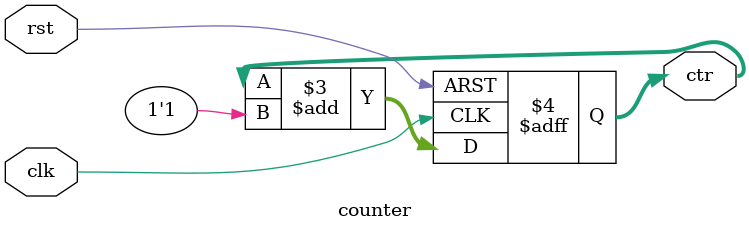
<source format=v>
module counter#(
  parameter SIZE = 8
)(
  input                 clk,
  input                 rst,
  output reg [SIZE-1:0] ctr
);

  always @(posedge clk or negedge rst) begin
    if (!rst) begin
      ctr <= 1'b0;
    end else begin
      ctr <= ctr + 1'b1;
    end
  end
endmodule

</source>
